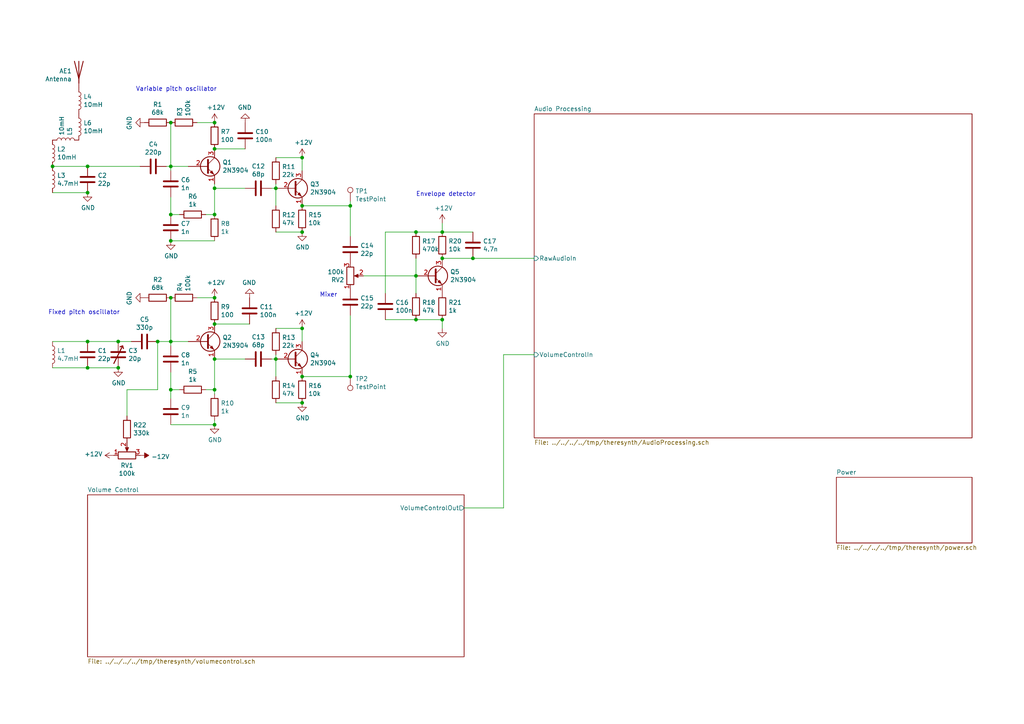
<source format=kicad_sch>
(kicad_sch (version 20230121) (generator eeschema)
  (paper "A4")
  (title_block (title "Theresynth") (comment 1 "Seiler / Synthetic Rock Oscillator based Theremin"))
  (lib_symbols
    (symbol "Connector:TestPoint" (pin_numbers hide) (pin_names (offset 0.762) hide)
      (property "Reference" "TP" (at 0 6.858 0))
      (property "Value" "TestPoint" (at 0 5.08 0))
      (symbol "TestPoint_0_1"
        (circle (center 0 3.302) (radius 0.762))
      )
      (symbol "TestPoint_1_1"
        (pin passive line (at 0 0 90) (length 2.54) (name "1") (number "1"))
      )
    )
    (symbol "Device:Antenna" (pin_numbers hide) (pin_names (offset 1.016) hide)
      (property "Reference" "AE" (at -1.905 1.905 0))
      (property "Value" "Antenna" (at -1.905 0 0))
      (symbol "Antenna_0_1"
        (polyline (pts (xy 0 2.54) (xy 0 -3.81)) (stroke (width 0.254)))
        (polyline (pts (xy 1.27 2.54) (xy 0 -2.54) (xy -1.27 2.54)) (stroke (width 0.254)))
      )
      (symbol "Antenna_1_1"
        (pin input line (at 0 -5.08 90) (length 2.54) (name "A") (number "1"))
      )
    )
    (symbol "Device:C" (pin_numbers hide) (pin_names (offset 0.254))
      (property "Reference" "C" (at 0.635 2.54 0))
      (property "Value" "C" (at 0.635 -2.54 0))
      (symbol "C_0_1"
        (polyline (pts (xy -2.032 -0.762) (xy 2.032 -0.762)) (stroke (width 0.508)))
        (polyline (pts (xy -2.032 0.762) (xy 2.032 0.762)) (stroke (width 0.508)))
      )
      (symbol "C_1_1"
        (pin passive line (at 0 3.81 270) (length 2.794) (name "~") (number "1"))
        (pin passive line (at 0 -3.81 90) (length 2.794) (name "~") (number "2"))
      )
    )
    (symbol "Device:C_Variable" (pin_numbers hide) (pin_names (offset 0.254) hide)
      (property "Reference" "C" (at 0.635 -1.905 0))
      (property "Value" "C_Variable" (at 0.635 -3.81 0))
      (symbol "C_Variable_0_1"
        (polyline (pts (xy -2.032 -0.762) (xy 2.032 -0.762)) (stroke (width 0.508)))
        (polyline (pts (xy -2.032 0.762) (xy 2.032 0.762)) (stroke (width 0.508)))
        (polyline (pts (xy 1.27 2.54) (xy -1.27 -2.54)) (stroke (width 0.3048)))
        (polyline (pts (xy 1.27 2.54) (xy 0.508 2.286)) (stroke (width 0.3048)))
        (polyline (pts (xy 1.27 2.54) (xy 1.524 1.778)) (stroke (width 0.3048)))
      )
      (symbol "C_Variable_1_1"
        (pin passive line (at 0 3.81 270) (length 3.048) (name "~") (number "1"))
        (pin passive line (at 0 -3.81 90) (length 3.048) (name "~") (number "2"))
      )
    )
    (symbol "Device:L" (pin_numbers hide) (pin_names (offset 1.016) hide)
      (property "Reference" "L" (at -1.27 0 90))
      (property "Value" "L" (at 1.905 0 90))
      (symbol "L_0_1"
        (arc (start 0 -2.54) (mid 0.6323 -1.905) (end 0 -1.27))
        (arc (start 0 -1.27) (mid 0.6323 -0.635) (end 0 0))
        (arc (start 0 0) (mid 0.6323 0.635) (end 0 1.27))
        (arc (start 0 1.27) (mid 0.6323 1.905) (end 0 2.54))
      )
      (symbol "L_1_1"
        (pin passive line (at 0 3.81 270) (length 1.27) (name "1") (number "1"))
        (pin passive line (at 0 -3.81 90) (length 1.27) (name "2") (number "2"))
      )
    )
    (symbol "Device:R" (pin_numbers hide) (pin_names (offset 0))
      (property "Reference" "R" (at 2.032 0 90))
      (property "Value" "R" (at 0 0 90))
      (symbol "R_0_1"
        (rectangle (start -1.016 -2.54) (end 1.016 2.54) (stroke (width 0.254)))
      )
      (symbol "R_1_1"
        (pin passive line (at 0 3.81 270) (length 1.27) (name "~") (number "1"))
        (pin passive line (at 0 -3.81 90) (length 1.27) (name "~") (number "2"))
      )
    )
    (symbol "Transistor_BJT:2N3904" (pin_names (offset 0) hide)
      (property "Reference" "Q" (at 5.08 1.905 0))
      (property "Value" "2N3904" (at 5.08 0 0))
      (symbol "2N3904_0_1"
        (polyline (pts (xy 0.635 0.635) (xy 2.54 2.54)))
        (polyline (pts (xy 0.635 -0.635) (xy 2.54 -2.54) (xy 2.54 -2.54)))
        (polyline (pts (xy 0.635 1.905) (xy 0.635 -1.905) (xy 0.635 -1.905)) (stroke (width 0.508)))
        (polyline (pts (xy 1.27 -1.778) (xy 1.778 -1.27) (xy 2.286 -2.286) (xy 1.27 -1.778) (xy 1.27 -1.778)) (fill (type outline)))
        (circle (center 1.27 0) (radius 2.8194) (stroke (width 0.254)))
      )
      (symbol "2N3904_1_1"
        (pin passive line (at 2.54 -5.08 90) (length 2.54) (name "E") (number "1"))
        (pin passive line (at -5.08 0 0) (length 5.715) (name "B") (number "2"))
        (pin passive line (at 2.54 5.08 270) (length 2.54) (name "C") (number "3"))
      )
    )
    (symbol "power:+12V" (power) (pin_names (offset 0))
      (property "Value" "+12V" (at 0 3.556 0))
      (symbol "+12V_0_1"
        (polyline (pts (xy -0.762 1.27) (xy 0 2.54)))
        (polyline (pts (xy 0 0) (xy 0 2.54)))
        (polyline (pts (xy 0 2.54) (xy 0.762 1.27)))
      )
      (symbol "+12V_1_1"
        (pin power_in line (at 0 0 90) (length 0) hide (name "+12V") (number "1"))
      )
    )
    (symbol "power:-12V" (power) (pin_names (offset 0))
      (property "Value" "-12V" (at 0 3.81 0))
      (symbol "-12V_0_0"
        (pin power_in line (at 0 0 90) (length 0) hide (name "-12V") (number "1"))
      )
      (symbol "-12V_0_1"
        (polyline (pts (xy 0 0) (xy 0 1.27) (xy 0.762 1.27) (xy 0 2.54) (xy -0.762 1.27) (xy 0 1.27)) (fill (type outline)))
      )
    )
    (symbol "power:GND" (power) (pin_names (offset 0))
      (property "Value" "GND" (at 0 -3.81 0))
      (symbol "GND_0_1"
        (polyline (pts (xy 0 0) (xy 0 -1.27) (xy 1.27 -1.27) (xy 0 -2.54) (xy -1.27 -1.27) (xy 0 -1.27)))
      )
      (symbol "GND_1_1"
        (pin power_in line (at 0 0 270) (length 0) hide (name "GND") (number "1"))
      )
    )
    (symbol "theresynth-rescue:R_POT-Device" (pin_names (offset 1.016) hide)
      (property "Reference" "RV" (at -4.445 0 90))
      (property "Value" "Device_R_POT" (at -2.54 0 90))
      (symbol "R_POT-Device_0_1"
        (polyline (pts (xy 2.54 0) (xy 1.524 0)))
        (polyline (pts (xy 1.143 0) (xy 2.286 0.508) (xy 2.286 -0.508) (xy 1.143 0)) (fill (type outline)))
        (rectangle (start 1.016 2.54) (end -1.016 -2.54) (stroke (width 0.254)))
      )
      (symbol "R_POT-Device_1_1"
        (pin passive line (at 0 3.81 270) (length 1.27) (name "1") (number "1"))
        (pin passive line (at 3.81 0 180) (length 1.27) (name "2") (number "2"))
        (pin passive line (at 0 -3.81 90) (length 1.27) (name "3") (number "3"))
      )
    )
  )
  (junction (at 62.23 54.61))
  (junction (at 101.6 59.69))
  (junction (at 128.27 67.31))
  (junction (at 87.63 45.72))
  (junction (at 25.4 55.88))
  (junction (at 128.27 74.93))
  (junction (at 34.29 106.68))
  (junction (at 62.23 43.18))
  (junction (at 137.16 74.93))
  (junction (at 87.63 95.25))
  (junction (at 49.53 62.23))
  (junction (at 120.65 80.01))
  (junction (at 62.23 93.98))
  (junction (at 101.6 109.22))
  (junction (at 34.29 99.06))
  (junction (at 25.4 106.68))
  (junction (at 62.23 123.19))
  (junction (at 49.53 69.85))
  (junction (at 62.23 104.14))
  (junction (at 25.4 48.26))
  (junction (at 49.53 99.06))
  (junction (at 80.01 104.14))
  (junction (at 62.23 62.23))
  (junction (at 62.23 35.56))
  (junction (at 49.53 86.36))
  (junction (at 49.53 113.03))
  (junction (at 120.65 92.71))
  (junction (at 49.53 35.56))
  (junction (at 62.23 86.36))
  (junction (at 128.27 92.71))
  (junction (at 87.63 59.69))
  (junction (at 87.63 67.31))
  (junction (at 62.23 113.03))
  (junction (at 80.01 54.61))
  (junction (at 49.53 48.26))
  (junction (at 87.63 109.22))
  (junction (at 87.63 116.84))
  (junction (at 120.65 67.31))
  (junction (at 45.72 99.06))
  (junction (at 25.4 99.06))
  (junction (at 15.24 48.26))
  (wire (pts (xy 49.53 113.03) (xy 49.53 115.57)))
  (wire (pts (xy 134.62 147.32) (xy 146.05 147.32)))
  (wire (pts (xy 57.15 86.36) (xy 62.23 86.36)))
  (wire (pts (xy 80.01 54.61) (xy 78.74 54.61)))
  (wire (pts (xy 59.69 62.23) (xy 62.23 62.23)))
  (wire (pts (xy 71.12 43.18) (xy 62.23 43.18)))
  (wire (pts (xy 25.4 99.06) (xy 15.24 99.06)))
  (wire (pts (xy 45.72 113.03) (xy 45.72 99.06)))
  (wire (pts (xy 62.23 113.03) (xy 62.23 114.3)))
  (wire (pts (xy 25.4 48.26) (xy 15.24 48.26)))
  (wire (pts (xy 80.01 95.25) (xy 87.63 95.25)))
  (wire (pts (xy 49.53 48.26) (xy 49.53 35.56)))
  (wire (pts (xy 72.39 93.98) (xy 62.23 93.98)))
  (wire (pts (xy 120.65 80.01) (xy 105.41 80.01)))
  (wire (pts (xy 80.01 109.22) (xy 80.01 104.14)))
  (wire (pts (xy 25.4 106.68) (xy 34.29 106.68)))
  (wire (pts (xy 71.12 54.61) (xy 62.23 54.61)))
  (wire (pts (xy 36.83 113.03) (xy 45.72 113.03)))
  (wire (pts (xy 49.53 99.06) (xy 49.53 86.36)))
  (wire (pts (xy 80.01 45.72) (xy 87.63 45.72)))
  (wire (pts (xy 49.53 57.15) (xy 49.53 62.23)))
  (wire (pts (xy 49.53 100.33) (xy 49.53 99.06)))
  (wire (pts (xy 111.76 67.31) (xy 120.65 67.31)))
  (wire (pts (xy 137.16 67.31) (xy 128.27 67.31)))
  (wire (pts (xy 59.69 113.03) (xy 62.23 113.03)))
  (wire (pts (xy 87.63 95.25) (xy 87.63 99.06)))
  (wire (pts (xy 49.53 48.26) (xy 48.26 48.26)))
  (wire (pts (xy 57.15 35.56) (xy 62.23 35.56)))
  (wire (pts (xy 80.01 54.61) (xy 80.01 53.34)))
  (wire (pts (xy 101.6 58.42) (xy 101.6 59.69)))
  (wire (pts (xy 62.23 104.14) (xy 71.12 104.14)))
  (wire (pts (xy 128.27 95.25) (xy 128.27 92.71)))
  (wire (pts (xy 111.76 85.09) (xy 111.76 67.31)))
  (wire (pts (xy 36.83 120.65) (xy 36.83 113.03)))
  (wire (pts (xy 62.23 123.19) (xy 49.53 123.19)))
  (wire (pts (xy 87.63 116.84) (xy 80.01 116.84)))
  (wire (pts (xy 62.23 69.85) (xy 49.53 69.85)))
  (wire (pts (xy 15.24 55.88) (xy 25.4 55.88)))
  (wire (pts (xy 38.1 99.06) (xy 34.29 99.06)))
  (wire (pts (xy 101.6 59.69) (xy 87.63 59.69)))
  (wire (pts (xy 101.6 59.69) (xy 101.6 68.58)))
  (wire (pts (xy 146.05 102.87) (xy 154.94 102.87)))
  (wire (pts (xy 15.24 106.68) (xy 25.4 106.68)))
  (wire (pts (xy 25.4 99.06) (xy 34.29 99.06)))
  (wire (pts (xy 62.23 53.34) (xy 62.23 54.61)))
  (wire (pts (xy 87.63 45.72) (xy 87.63 49.53)))
  (wire (pts (xy 54.61 48.26) (xy 49.53 48.26)))
  (wire (pts (xy 120.65 74.93) (xy 120.65 80.01)))
  (wire (pts (xy 49.53 48.26) (xy 49.53 49.53)))
  (wire (pts (xy 62.23 104.14) (xy 62.23 113.03)))
  (wire (pts (xy 128.27 67.31) (xy 128.27 64.77)))
  (wire (pts (xy 49.53 99.06) (xy 45.72 99.06)))
  (wire (pts (xy 62.23 123.19) (xy 62.23 121.92)))
  (wire (pts (xy 80.01 104.14) (xy 80.01 102.87)))
  (wire (pts (xy 62.23 54.61) (xy 62.23 62.23)))
  (wire (pts (xy 80.01 104.14) (xy 78.74 104.14)))
  (wire (pts (xy 137.16 74.93) (xy 128.27 74.93)))
  (wire (pts (xy 87.63 67.31) (xy 80.01 67.31)))
  (wire (pts (xy 137.16 74.93) (xy 154.94 74.93)))
  (wire (pts (xy 120.65 80.01) (xy 120.65 85.09)))
  (wire (pts (xy 49.53 107.95) (xy 49.53 113.03)))
  (wire (pts (xy 101.6 109.22) (xy 101.6 91.44)))
  (wire (pts (xy 80.01 59.69) (xy 80.01 54.61)))
  (wire (pts (xy 52.07 113.03) (xy 49.53 113.03)))
  (wire (pts (xy 54.61 99.06) (xy 49.53 99.06)))
  (wire (pts (xy 25.4 48.26) (xy 40.64 48.26)))
  (wire (pts (xy 111.76 92.71) (xy 120.65 92.71)))
  (wire (pts (xy 52.07 62.23) (xy 49.53 62.23)))
  (wire (pts (xy 120.65 67.31) (xy 128.27 67.31)))
  (wire (pts (xy 87.63 109.22) (xy 101.6 109.22)))
  (wire (pts (xy 128.27 92.71) (xy 120.65 92.71)))
  (wire (pts (xy 146.05 102.87) (xy 146.05 147.32)))
  (text "Variable pitch oscillator" (at 39.37 26.67 0) (effects (font (size 1.27 1.27)) (justify left bottom)))
  (text "Mixer" (at 92.71 86.36 0) (effects (font (size 1.27 1.27)) (justify left bottom)))
  (text "Envelope detector" (at 120.65 57.15 0) (effects (font (size 1.27 1.27)) (justify left bottom)))
  (text "Fixed pitch oscillator" (at 13.97 91.44 0) (effects (font (size 1.27 1.27)) (justify left bottom)))
  (symbol (lib_id "Transistor_BJT:2N3904") (at 59.69 48.26 0) (unit 1)
    (property "Reference" "Q1" (at 64.516 47.0916 0) (effects (justify left)))
    (property "Value" "2N3904" (at 64.516 49.403 0) (effects (justify left)))
    (property "Footprint" "Package_TO_SOT_THT:TO-92_Inline_Wide" (effects hide))
    (property "Datasheet" "https://www.fairchildsemi.com/datasheets/2N/2N3904.pdf" (effects hide))
  )
  (symbol (lib_id "Device:C") (at 25.4 52.07 0) (unit 1)
    (property "Reference" "C2" (at 28.321 50.9016 0) (effects (justify left)))
    (property "Value" "22p" (at 28.321 53.213 0) (effects (justify left)))
    (property "Footprint" "Capacitor_THT:C_Disc_D6.0mm_W2.5mm_P5.00mm" (effects hide))
  )
  (symbol (lib_id "Device:L") (at 15.24 52.07 0) (unit 1)
    (property "Reference" "L3" (at 16.5608 50.9016 0) (effects (justify left)))
    (property "Value" "4.7mH" (at 16.5608 53.213 0) (effects (justify left)))
    (property "Footprint" "Inductor_THT:L_Axial_L12.0mm_D5.0mm_P15.24mm_Horizontal_Fastron_MISC" (effects hide))
  )
  (symbol (lib_id "Device:L") (at 15.24 44.45 0) (unit 1)
    (property "Reference" "L2" (at 16.5608 43.2816 0) (effects (justify left)))
    (property "Value" "10mH" (at 16.5608 45.593 0) (effects (justify left)))
    (property "Footprint" "Inductor_THT:L_Radial_D12.5mm_P7.00mm_Fastron_09HCP" (effects hide))
  )
  (symbol (lib_id "Device:Antenna") (at 22.86 20.32 0) (mirror y) (unit 1)
    (property "Reference" "AE1" (at 20.828 20.5994 0) (effects (justify left)))
    (property "Value" "Antenna" (at 20.828 22.9108 0) (effects (justify left)))
    (property "Footprint" "Eurorack:Connector_F" (effects hide))
  )
  (symbol (lib_id "Device:C") (at 49.53 53.34 0) (unit 1)
    (property "Reference" "C6" (at 52.451 52.1716 0) (effects (justify left)))
    (property "Value" "1n" (at 52.451 54.483 0) (effects (justify left)))
    (property "Footprint" "Capacitor_THT:C_Rect_L7.2mm_W2.5mm_P5.00mm_FKS2_FKP2_MKS2_MKP2" (effects hide))
  )
  (symbol (lib_id "Device:C") (at 49.53 66.04 0) (unit 1)
    (property "Reference" "C7" (at 52.451 64.8716 0) (effects (justify left)))
    (property "Value" "1n" (at 52.451 67.183 0) (effects (justify left)))
    (property "Footprint" "Capacitor_THT:C_Rect_L7.2mm_W2.5mm_P5.00mm_FKS2_FKP2_MKS2_MKP2" (effects hide))
  )
  (symbol (lib_id "Device:R") (at 53.34 35.56 90) (unit 1)
    (property "Reference" "R3" (at 52.1716 33.782 0) (effects (justify left)))
    (property "Value" "100k" (at 54.483 33.782 0) (effects (justify left)))
    (property "Footprint" "Resistor_THT:R_Axial_DIN0204_L3.6mm_D1.6mm_P7.62mm_Horizontal" (effects hide))
  )
  (symbol (lib_id "Device:R") (at 62.23 39.37 0) (unit 1)
    (property "Reference" "R7" (at 64.008 38.2016 0) (effects (justify left)))
    (property "Value" "100" (at 64.008 40.513 0) (effects (justify left)))
    (property "Footprint" "Resistor_THT:R_Axial_DIN0204_L3.6mm_D1.6mm_P7.62mm_Horizontal" (effects hide))
  )
  (symbol (lib_id "Device:R") (at 55.88 62.23 270) (unit 1)
    (property "Reference" "R6" (at 55.88 56.9722 90))
    (property "Value" "1k" (at 55.88 59.2836 90))
    (property "Footprint" "Resistor_THT:R_Axial_DIN0204_L3.6mm_D1.6mm_P7.62mm_Horizontal" (effects hide))
  )
  (symbol (lib_id "power:GND") (at 49.53 69.85 0) (unit 1)
    (property "Reference" "#PWR05" (effects hide))
    (property "Value" "GND" (at 49.657 74.2442 0))
  )
  (symbol (lib_id "power:+12V") (at 62.23 35.56 0) (unit 1)
    (property "Reference" "#PWR07" (effects hide))
    (property "Value" "+12V" (at 62.611 31.1658 0))
  )
  (symbol (lib_id "Transistor_BJT:2N3904") (at 59.69 99.06 0) (unit 1)
    (property "Reference" "Q2" (at 64.516 97.8916 0) (effects (justify left)))
    (property "Value" "2N3904" (at 64.516 100.203 0) (effects (justify left)))
    (property "Footprint" "Package_TO_SOT_THT:TO-92_Inline_Wide" (effects hide))
    (property "Datasheet" "https://www.fairchildsemi.com/datasheets/2N/2N3904.pdf" (effects hide))
  )
  (symbol (lib_id "Device:L") (at 15.24 102.87 0) (unit 1)
    (property "Reference" "L1" (at 16.5608 101.7016 0) (effects (justify left)))
    (property "Value" "4.7mH" (at 16.5608 104.013 0) (effects (justify left)))
    (property "Footprint" "Inductor_THT:L_Axial_L12.0mm_D5.0mm_P15.24mm_Horizontal_Fastron_MISC" (effects hide))
  )
  (symbol (lib_id "Device:C") (at 49.53 104.14 0) (unit 1)
    (property "Reference" "C8" (at 52.451 102.9716 0) (effects (justify left)))
    (property "Value" "1n" (at 52.451 105.283 0) (effects (justify left)))
    (property "Footprint" "Capacitor_THT:C_Rect_L7.2mm_W2.5mm_P5.00mm_FKS2_FKP2_MKS2_MKP2" (effects hide))
  )
  (symbol (lib_id "Device:C") (at 49.53 119.38 0) (unit 1)
    (property "Reference" "C9" (at 52.451 118.2116 0) (effects (justify left)))
    (property "Value" "1n" (at 52.451 120.523 0) (effects (justify left)))
    (property "Footprint" "Capacitor_THT:C_Rect_L7.2mm_W2.5mm_P5.00mm_FKS2_FKP2_MKS2_MKP2" (effects hide))
  )
  (symbol (lib_id "Device:R") (at 53.34 86.36 90) (unit 1)
    (property "Reference" "R4" (at 52.1716 84.582 0) (effects (justify left)))
    (property "Value" "100k" (at 54.483 84.582 0) (effects (justify left)))
    (property "Footprint" "Resistor_THT:R_Axial_DIN0204_L3.6mm_D1.6mm_P7.62mm_Horizontal" (effects hide))
  )
  (symbol (lib_id "Device:R") (at 62.23 90.17 0) (unit 1)
    (property "Reference" "R9" (at 64.008 89.0016 0) (effects (justify left)))
    (property "Value" "100" (at 64.008 91.313 0) (effects (justify left)))
    (property "Footprint" "Resistor_THT:R_Axial_DIN0204_L3.6mm_D1.6mm_P7.62mm_Horizontal" (effects hide))
  )
  (symbol (lib_id "power:GND") (at 62.23 123.19 0) (unit 1)
    (property "Reference" "#PWR06" (effects hide))
    (property "Value" "GND" (at 62.357 127.5842 0))
  )
  (symbol (lib_id "power:+12V") (at 62.23 86.36 0) (unit 1)
    (property "Reference" "#PWR08" (effects hide))
    (property "Value" "+12V" (at 62.611 81.9658 0))
  )
  (symbol (lib_id "Device:R") (at 62.23 66.04 0) (unit 1)
    (property "Reference" "R8" (at 64.008 64.8716 0) (effects (justify left)))
    (property "Value" "1k" (at 64.008 67.183 0) (effects (justify left)))
    (property "Footprint" "Resistor_THT:R_Axial_DIN0204_L3.6mm_D1.6mm_P7.62mm_Horizontal" (effects hide))
  )
  (symbol (lib_id "Device:R") (at 62.23 118.11 0) (unit 1)
    (property "Reference" "R10" (at 64.008 116.9416 0) (effects (justify left)))
    (property "Value" "1k" (at 64.008 119.253 0) (effects (justify left)))
    (property "Footprint" "Resistor_THT:R_Axial_DIN0204_L3.6mm_D1.6mm_P7.62mm_Horizontal" (effects hide))
  )
  (symbol (lib_id "Device:C_Variable") (at 34.29 102.87 0) (unit 1)
    (property "Reference" "C3" (at 37.211 101.7016 0) (effects (justify left)))
    (property "Value" "20p" (at 37.211 104.013 0) (effects (justify left)))
    (property "Footprint" "Eurorack:Variable_Capacitor_W6.5mm_P5.00mm" (effects hide))
  )
  (symbol (lib_id "Transistor_BJT:2N3904") (at 125.73 80.01 0) (unit 1)
    (property "Reference" "Q5" (at 130.556 78.8416 0) (effects (justify left)))
    (property "Value" "2N3904" (at 130.556 81.153 0) (effects (justify left)))
    (property "Footprint" "Package_TO_SOT_THT:TO-92_Inline_Wide" (effects hide))
    (property "Datasheet" "https://www.fairchildsemi.com/datasheets/2N/2N3904.pdf" (effects hide))
  )
  (symbol (lib_id "Device:R") (at 128.27 71.12 0) (unit 1)
    (property "Reference" "R20" (at 130.048 69.9516 0) (effects (justify left)))
    (property "Value" "10k" (at 130.048 72.263 0) (effects (justify left)))
    (property "Footprint" "Resistor_THT:R_Axial_DIN0204_L3.6mm_D1.6mm_P7.62mm_Horizontal" (effects hide))
  )
  (symbol (lib_id "Device:R") (at 120.65 71.12 0) (unit 1)
    (property "Reference" "R17" (at 122.428 69.9516 0) (effects (justify left)))
    (property "Value" "470k" (at 122.428 72.263 0) (effects (justify left)))
    (property "Footprint" "Resistor_THT:R_Axial_DIN0204_L3.6mm_D1.6mm_P7.62mm_Horizontal" (effects hide))
  )
  (symbol (lib_id "Device:R") (at 120.65 88.9 0) (unit 1)
    (property "Reference" "R18" (at 122.428 87.7316 0) (effects (justify left)))
    (property "Value" "47k" (at 122.428 90.043 0) (effects (justify left)))
    (property "Footprint" "Resistor_THT:R_Axial_DIN0204_L3.6mm_D1.6mm_P7.62mm_Horizontal" (effects hide))
  )
  (symbol (lib_id "Device:R") (at 128.27 88.9 0) (unit 1)
    (property "Reference" "R21" (at 130.048 87.7316 0) (effects (justify left)))
    (property "Value" "1k" (at 130.048 90.043 0) (effects (justify left)))
    (property "Footprint" "Resistor_THT:R_Axial_DIN0204_L3.6mm_D1.6mm_P7.62mm_Horizontal" (effects hide))
  )
  (symbol (lib_id "Device:C") (at 137.16 71.12 0) (unit 1)
    (property "Reference" "C17" (at 140.081 69.9516 0) (effects (justify left)))
    (property "Value" "4.7n" (at 140.081 72.263 0) (effects (justify left)))
    (property "Footprint" "Capacitor_THT:C_Rect_L7.2mm_W2.5mm_P5.00mm_FKS2_FKP2_MKS2_MKP2" (effects hide))
  )
  (symbol (lib_id "Device:C") (at 111.76 88.9 0) (unit 1)
    (property "Reference" "C16" (at 114.681 87.7316 0) (effects (justify left)))
    (property "Value" "100n" (at 114.681 90.043 0) (effects (justify left)))
    (property "Footprint" "Capacitor_THT:C_Rect_L7.2mm_W2.5mm_P5.00mm_FKS2_FKP2_MKS2_MKP2" (effects hide))
  )
  (symbol (lib_id "power:GND") (at 128.27 95.25 0) (unit 1)
    (property "Reference" "#PWR015" (effects hide))
    (property "Value" "GND" (at 128.397 99.6442 0))
  )
  (symbol (lib_id "power:+12V") (at 128.27 64.77 0) (unit 1)
    (property "Reference" "#PWR016" (effects hide))
    (property "Value" "+12V" (at 128.651 60.3758 0))
  )
  (symbol (lib_id "theresynth-rescue:R_POT-Device") (at 101.6 80.01 0) (mirror x) (unit 1)
    (property "Reference" "RV2" (at 99.8474 81.1784 0) (effects (justify right)))
    (property "Value" "100k" (at 99.8474 78.867 0) (effects (justify right)))
    (property "Footprint" "Potentiometer_THT:Potentiometer_Alps_RK163_Single_Horizontal" (effects hide))
  )
  (symbol (lib_id "Device:C") (at 101.6 72.39 0) (unit 1)
    (property "Reference" "C14" (at 104.521 71.2216 0) (effects (justify left)))
    (property "Value" "22p" (at 104.521 73.533 0) (effects (justify left)))
    (property "Footprint" "Capacitor_THT:C_Disc_D6.0mm_W2.5mm_P5.00mm" (effects hide))
  )
  (symbol (lib_id "Device:C") (at 101.6 87.63 0) (unit 1)
    (property "Reference" "C15" (at 104.521 86.4616 0) (effects (justify left)))
    (property "Value" "22p" (at 104.521 88.773 0) (effects (justify left)))
    (property "Footprint" "Capacitor_THT:C_Disc_D6.0mm_W2.5mm_P5.00mm" (effects hide))
  )
  (symbol (lib_id "Device:R") (at 45.72 35.56 270) (unit 1)
    (property "Reference" "R1" (at 45.72 30.3022 90))
    (property "Value" "68k" (at 45.72 32.6136 90))
    (property "Footprint" "Resistor_THT:R_Axial_DIN0204_L3.6mm_D1.6mm_P7.62mm_Horizontal" (effects hide))
  )
  (symbol (lib_id "power:GND") (at 41.91 35.56 270) (unit 1)
    (property "Reference" "#PWR03" (effects hide))
    (property "Value" "GND" (at 37.5158 35.687 0))
  )
  (symbol (lib_id "theresynth-rescue:R_POT-Device") (at 36.83 132.08 90) (unit 1)
    (property "Reference" "RV1" (at 36.83 135.001 90))
    (property "Value" "100k" (at 36.83 137.3124 90))
    (property "Footprint" "Potentiometer_THT:Potentiometer_Alps_RK163_Single_Horizontal" (effects hide))
  )
  (symbol (lib_id "Device:R") (at 45.72 86.36 270) (unit 1)
    (property "Reference" "R2" (at 45.72 81.1022 90))
    (property "Value" "68k" (at 45.72 83.4136 90))
    (property "Footprint" "Resistor_THT:R_Axial_DIN0204_L3.6mm_D1.6mm_P7.62mm_Horizontal" (effects hide))
  )
  (symbol (lib_id "power:GND") (at 41.91 86.36 270) (unit 1)
    (property "Reference" "#PWR04" (effects hide))
    (property "Value" "GND" (at 37.5158 86.487 0))
  )
  (symbol (lib_id "Transistor_BJT:2N3904") (at 85.09 104.14 0) (unit 1)
    (property "Reference" "Q4" (at 89.916 102.9716 0) (effects (justify left)))
    (property "Value" "2N3904" (at 89.916 105.283 0) (effects (justify left)))
    (property "Footprint" "Package_TO_SOT_THT:TO-92_Inline_Wide" (effects hide))
    (property "Datasheet" "https://www.fairchildsemi.com/datasheets/2N/2N3904.pdf" (effects hide))
  )
  (symbol (lib_id "Device:R") (at 87.63 113.03 0) (unit 1)
    (property "Reference" "R16" (at 89.408 111.8616 0) (effects (justify left)))
    (property "Value" "10k" (at 89.408 114.173 0) (effects (justify left)))
    (property "Footprint" "Resistor_THT:R_Axial_DIN0204_L3.6mm_D1.6mm_P7.62mm_Horizontal" (effects hide))
  )
  (symbol (lib_id "Device:R") (at 80.01 113.03 0) (unit 1)
    (property "Reference" "R14" (at 81.788 111.8616 0) (effects (justify left)))
    (property "Value" "47k" (at 81.788 114.173 0) (effects (justify left)))
    (property "Footprint" "Resistor_THT:R_Axial_DIN0204_L3.6mm_D1.6mm_P7.62mm_Horizontal" (effects hide))
  )
  (symbol (lib_id "Device:R") (at 80.01 99.06 0) (unit 1)
    (property "Reference" "R13" (at 81.788 97.8916 0) (effects (justify left)))
    (property "Value" "22k" (at 81.788 100.203 0) (effects (justify left)))
    (property "Footprint" "Resistor_THT:R_Axial_DIN0204_L3.6mm_D1.6mm_P7.62mm_Horizontal" (effects hide))
  )
  (symbol (lib_id "power:GND") (at 87.63 116.84 0) (unit 1)
    (property "Reference" "#PWR014" (effects hide))
    (property "Value" "GND" (at 87.757 121.2342 0))
  )
  (symbol (lib_id "power:+12V") (at 87.63 95.25 0) (unit 1)
    (property "Reference" "#PWR013" (effects hide))
    (property "Value" "+12V" (at 88.011 90.8558 0))
  )
  (symbol (lib_id "Transistor_BJT:2N3904") (at 85.09 54.61 0) (unit 1)
    (property "Reference" "Q3" (at 89.916 53.4416 0) (effects (justify left)))
    (property "Value" "2N3904" (at 89.916 55.753 0) (effects (justify left)))
    (property "Footprint" "Package_TO_SOT_THT:TO-92_Inline_Wide" (effects hide))
    (property "Datasheet" "https://www.fairchildsemi.com/datasheets/2N/2N3904.pdf" (effects hide))
  )
  (symbol (lib_id "Device:R") (at 87.63 63.5 0) (unit 1)
    (property "Reference" "R15" (at 89.408 62.3316 0) (effects (justify left)))
    (property "Value" "10k" (at 89.408 64.643 0) (effects (justify left)))
    (property "Footprint" "Resistor_THT:R_Axial_DIN0204_L3.6mm_D1.6mm_P7.62mm_Horizontal" (effects hide))
  )
  (symbol (lib_id "Device:R") (at 80.01 63.5 0) (unit 1)
    (property "Reference" "R12" (at 81.788 62.3316 0) (effects (justify left)))
    (property "Value" "47k" (at 81.788 64.643 0) (effects (justify left)))
    (property "Footprint" "Resistor_THT:R_Axial_DIN0204_L3.6mm_D1.6mm_P7.62mm_Horizontal" (effects hide))
  )
  (symbol (lib_id "Device:R") (at 80.01 49.53 0) (unit 1)
    (property "Reference" "R11" (at 81.788 48.3616 0) (effects (justify left)))
    (property "Value" "22k" (at 81.788 50.673 0) (effects (justify left)))
    (property "Footprint" "Resistor_THT:R_Axial_DIN0204_L3.6mm_D1.6mm_P7.62mm_Horizontal" (effects hide))
  )
  (symbol (lib_id "power:GND") (at 87.63 67.31 0) (unit 1)
    (property "Reference" "#PWR012" (effects hide))
    (property "Value" "GND" (at 87.757 71.7042 0))
  )
  (symbol (lib_id "power:+12V") (at 87.63 45.72 0) (unit 1)
    (property "Reference" "#PWR011" (effects hide))
    (property "Value" "+12V" (at 88.011 41.3258 0))
  )
  (symbol (lib_id "Device:L") (at 19.05 40.64 270) (mirror x) (unit 1)
    (property "Reference" "L5" (at 20.2184 39.3192 0) (effects (justify left)))
    (property "Value" "10mH" (at 17.907 39.3192 0) (effects (justify left)))
    (property "Footprint" "Inductor_THT:L_Radial_D12.5mm_P7.00mm_Fastron_09HCP" (effects hide))
  )
  (symbol (lib_id "Device:L") (at 22.86 36.83 0) (unit 1)
    (property "Reference" "L6" (at 24.1808 35.6616 0) (effects (justify left)))
    (property "Value" "10mH" (at 24.1808 37.973 0) (effects (justify left)))
    (property "Footprint" "Inductor_THT:L_Radial_D12.5mm_P7.00mm_Fastron_09HCP" (effects hide))
  )
  (symbol (lib_id "Device:L") (at 22.86 29.21 0) (unit 1)
    (property "Reference" "L4" (at 24.1808 28.0416 0) (effects (justify left)))
    (property "Value" "10mH" (at 24.1808 30.353 0) (effects (justify left)))
    (property "Footprint" "Inductor_THT:L_Radial_D12.5mm_P7.00mm_Fastron_09HCP" (effects hide))
  )
  (symbol (lib_id "Device:C") (at 44.45 48.26 90) (unit 1)
    (property "Reference" "C4" (at 44.45 41.8592 90))
    (property "Value" "220p" (at 44.45 44.1706 90))
    (property "Footprint" "Capacitor_THT:C_Disc_D6.0mm_W2.5mm_P5.00mm" (effects hide))
  )
  (symbol (lib_id "Device:C") (at 41.91 99.06 270) (unit 1)
    (property "Reference" "C5" (at 41.91 92.6592 90))
    (property "Value" "330p" (at 41.91 94.9706 90))
    (property "Footprint" "Capacitor_THT:C_Disc_D6.0mm_W2.5mm_P5.00mm" (effects hide))
  )
  (symbol (lib_id "Device:C") (at 74.93 54.61 270) (unit 1)
    (property "Reference" "C12" (at 74.93 48.2092 90))
    (property "Value" "68p" (at 74.93 50.5206 90))
    (property "Footprint" "Capacitor_THT:C_Disc_D6.0mm_W2.5mm_P5.00mm" (effects hide))
  )
  (symbol (lib_id "Device:C") (at 74.93 104.14 270) (unit 1)
    (property "Reference" "C13" (at 74.93 97.7392 90))
    (property "Value" "68p" (at 74.93 100.0506 90))
    (property "Footprint" "Capacitor_THT:C_Disc_D6.0mm_W2.5mm_P5.00mm" (effects hide))
  )
  (symbol (lib_id "power:GND") (at 25.4 55.88 0) (unit 1)
    (property "Reference" "#PWR01" (effects hide))
    (property "Value" "GND" (at 25.527 60.2742 0))
  )
  (symbol (lib_id "power:GND") (at 34.29 106.68 0) (unit 1)
    (property "Reference" "#PWR02" (effects hide))
    (property "Value" "GND" (at 34.417 111.0742 0))
  )
  (symbol (lib_id "Device:C") (at 71.12 39.37 0) (unit 1)
    (property "Reference" "C10" (at 74.041 38.2016 0) (effects (justify left)))
    (property "Value" "100n" (at 74.041 40.513 0) (effects (justify left)))
    (property "Footprint" "Capacitor_THT:C_Rect_L7.2mm_W2.5mm_P5.00mm_FKS2_FKP2_MKS2_MKP2" (effects hide))
  )
  (symbol (lib_id "power:GND") (at 71.12 35.56 180) (unit 1)
    (property "Reference" "#PWR09" (effects hide))
    (property "Value" "GND" (at 70.993 31.1658 0))
  )
  (symbol (lib_id "Device:C") (at 72.39 90.17 0) (unit 1)
    (property "Reference" "C11" (at 75.311 89.0016 0) (effects (justify left)))
    (property "Value" "100n" (at 75.311 91.313 0) (effects (justify left)))
    (property "Footprint" "Capacitor_THT:C_Rect_L7.2mm_W2.5mm_P5.00mm_FKS2_FKP2_MKS2_MKP2" (effects hide))
  )
  (symbol (lib_id "power:GND") (at 72.39 86.36 180) (unit 1)
    (property "Reference" "#PWR010" (effects hide))
    (property "Value" "GND" (at 72.263 81.9658 0))
  )
  (symbol (lib_id "Device:R") (at 55.88 113.03 270) (unit 1)
    (property "Reference" "R5" (at 55.88 107.7722 90))
    (property "Value" "1k" (at 55.88 110.0836 90))
    (property "Footprint" "Resistor_THT:R_Axial_DIN0204_L3.6mm_D1.6mm_P7.62mm_Horizontal" (effects hide))
  )
  (symbol (lib_id "Connector:TestPoint") (at 101.6 58.42 0) (unit 1)
    (property "Reference" "TP1" (at 103.0732 55.4228 0) (effects (justify left)))
    (property "Value" "TestPoint" (at 103.0732 57.7342 0) (effects (justify left)))
    (property "Footprint" "TestPoint:TestPoint_THTPad_1.0x1.0mm_Drill0.5mm" (effects hide))
  )
  (symbol (lib_id "Connector:TestPoint") (at 101.6 109.22 180) (unit 1)
    (property "Reference" "TP2" (at 103.0732 109.8804 0) (effects (justify right)))
    (property "Value" "TestPoint" (at 103.0732 112.1918 0) (effects (justify right)))
    (property "Footprint" "TestPoint:TestPoint_THTPad_1.0x1.0mm_Drill0.5mm" (effects hide))
  )
  (symbol (lib_id "Device:C") (at 25.4 102.87 0) (unit 1)
    (property "Reference" "C1" (at 28.321 101.7016 0) (effects (justify left)))
    (property "Value" "22p" (at 28.321 104.013 0) (effects (justify left)))
    (property "Footprint" "Capacitor_THT:C_Disc_D6.0mm_W2.5mm_P5.00mm" (effects hide))
  )
  (symbol (lib_id "Device:R") (at 36.83 124.46 0) (unit 1)
    (property "Reference" "R22" (at 38.608 123.2916 0) (effects (justify left)))
    (property "Value" "330k" (at 38.608 125.603 0) (effects (justify left)))
    (property "Footprint" "Resistor_THT:R_Axial_DIN0204_L3.6mm_D1.6mm_P7.62mm_Horizontal" (effects hide))
  )
  (symbol (lib_id "power:+12V") (at 33.02 132.08 90) (unit 1)
    (property "Reference" "#PWR0102" (effects hide))
    (property "Value" "+12V" (at 29.7688 131.699 90) (effects (justify left)))
  )
  (symbol (lib_id "power:-12V") (at 40.64 132.08 270) (unit 1)
    (property "Reference" "#PWR0103" (effects hide))
    (property "Value" "-12V" (at 43.8912 132.461 90) (effects (justify left)))
  )
  (sheet (at 25.4 143.51) (size 109.22 46.99)
    (property "Sheetname" "Volume Control" (at 25.4 142.7984 0) (effects (justify left bottom)))
    (property "Sheetfile" "../../../../tmp/theresynth/volumecontrol.sch" (at 25.4 191.0846 0) (effects (justify left top)))
    (pin "VolumeControlOut" output (at 134.62 147.32 0))
  )
  (sheet (at 242.57 138.43) (size 39.37 19.05)
    (property "Sheetname" "Power" (at 242.57 137.7184 0) (effects (justify left bottom)))
    (property "Sheetfile" "../../../../tmp/theresynth/power.sch" (at 242.57 158.0646 0) (effects (justify left top)))
  )
  (sheet (at 154.94 33.02) (size 127 93.98)
    (property "Sheetname" "Audio Processing" (at 154.94 32.3084 0) (effects (justify left bottom)))
    (property "Sheetfile" "../../../../tmp/theresynth/AudioProcessing.sch" (at 154.94 127.5846 0) (effects (justify left top)))
    (pin "VolumeControlIn" input (at 154.94 102.87 180))
    (pin "RawAudioIn" input (at 154.94 74.93 180))
  )
)
</source>
